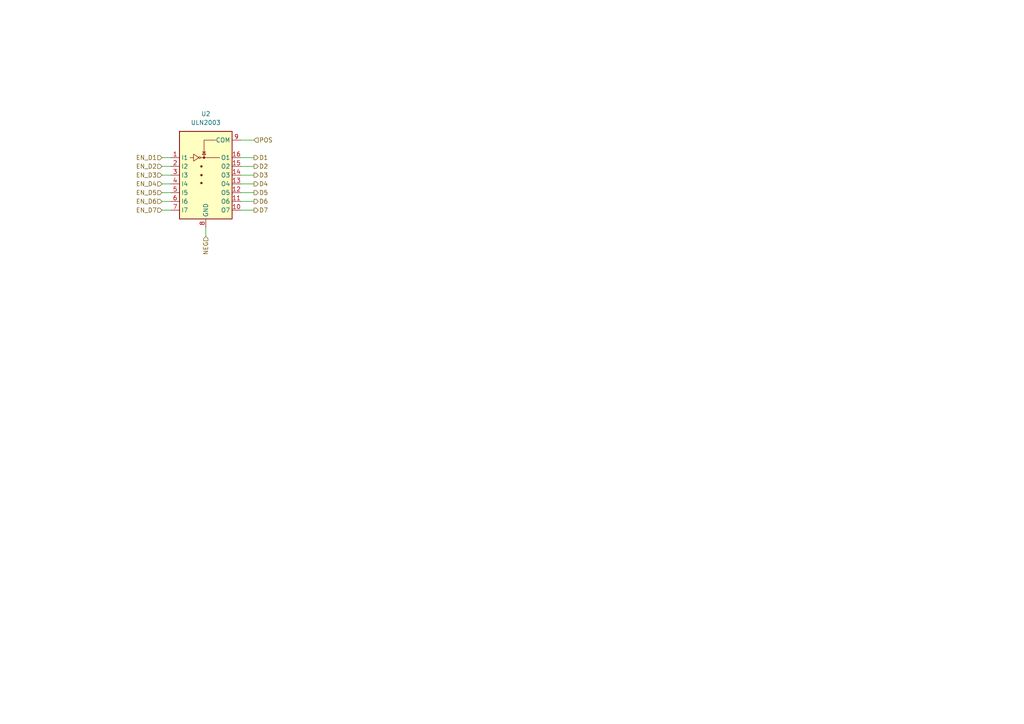
<source format=kicad_sch>
(kicad_sch (version 20230121) (generator eeschema)
  (paper "A4")
  (lib_symbols
    (symbol "Transistor_Array:ULN2003"
      (property "Reference" "U" (at 0 15.875 0))
      (property "Value" "ULN2003" (at 0 13.97 0))
      (symbol "ULN2003_0_1"
        (rectangle (start -7.62 -12.7) (end 7.62 12.7) (stroke (width 0.254)) (fill (type background)))
        (circle (center -1.778 5.08) (radius 0.254))
        (circle (center -1.27 -2.286) (radius 0.254) (fill (type outline)))
        (circle (center -1.27 0) (radius 0.254) (fill (type outline)))
        (circle (center -1.27 2.54) (radius 0.254) (fill (type outline)))
        (circle (center -0.508 5.08) (radius 0.254) (fill (type outline)))
        (polyline (pts (xy -4.572 5.08) (xy -3.556 5.08)))
        (polyline (pts (xy -1.524 5.08) (xy 4.064 5.08)))
        (polyline (pts (xy 0 6.731) (xy -1.016 6.731)))
        (polyline (pts (xy -0.508 5.08) (xy -0.508 10.16) (xy 2.921 10.16)))
        (polyline (pts (xy -3.556 6.096) (xy -3.556 4.064) (xy -2.032 5.08) (xy -3.556 6.096)))
        (polyline (pts (xy 0 5.969) (xy -1.016 5.969) (xy -0.508 6.731) (xy 0 5.969)))
      )
      (symbol "ULN2003_1_1"
        (pin input line (at -10.16 5.08 0) (length 2.54) (name "I1") (number "1"))
        (pin open_collector line (at 10.16 -10.16 180) (length 2.54) (name "O7") (number "10"))
        (pin open_collector line (at 10.16 -7.62 180) (length 2.54) (name "O6") (number "11"))
        (pin open_collector line (at 10.16 -5.08 180) (length 2.54) (name "O5") (number "12"))
        (pin open_collector line (at 10.16 -2.54 180) (length 2.54) (name "O4") (number "13"))
        (pin open_collector line (at 10.16 0 180) (length 2.54) (name "O3") (number "14"))
        (pin open_collector line (at 10.16 2.54 180) (length 2.54) (name "O2") (number "15"))
        (pin open_collector line (at 10.16 5.08 180) (length 2.54) (name "O1") (number "16"))
        (pin input line (at -10.16 2.54 0) (length 2.54) (name "I2") (number "2"))
        (pin input line (at -10.16 0 0) (length 2.54) (name "I3") (number "3"))
        (pin input line (at -10.16 -2.54 0) (length 2.54) (name "I4") (number "4"))
        (pin input line (at -10.16 -5.08 0) (length 2.54) (name "I5") (number "5"))
        (pin input line (at -10.16 -7.62 0) (length 2.54) (name "I6") (number "6"))
        (pin input line (at -10.16 -10.16 0) (length 2.54) (name "I7") (number "7"))
        (pin power_in line (at 0 -15.24 90) (length 2.54) (name "GND") (number "8"))
        (pin passive line (at 10.16 10.16 180) (length 2.54) (name "COM") (number "9"))
      )
    )
  )
  (wire (pts (xy 69.85 60.96) (xy 73.66 60.96)))
  (wire (pts (xy 69.85 40.64) (xy 73.66 40.64)))
  (wire (pts (xy 69.85 55.88) (xy 73.66 55.88)))
  (wire (pts (xy 59.69 66.04) (xy 59.69 68.58)))
  (wire (pts (xy 46.99 55.88) (xy 49.53 55.88)))
  (wire (pts (xy 69.85 48.26) (xy 73.66 48.26)))
  (wire (pts (xy 46.99 58.42) (xy 49.53 58.42)))
  (wire (pts (xy 69.85 45.72) (xy 73.66 45.72)))
  (wire (pts (xy 69.85 50.8) (xy 73.66 50.8)))
  (wire (pts (xy 69.85 53.34) (xy 73.66 53.34)))
  (wire (pts (xy 46.99 45.72) (xy 49.53 45.72)))
  (wire (pts (xy 46.99 50.8) (xy 49.53 50.8)))
  (wire (pts (xy 69.85 58.42) (xy 73.66 58.42)))
  (wire (pts (xy 46.99 48.26) (xy 49.53 48.26)))
  (wire (pts (xy 46.99 53.34) (xy 49.53 53.34)))
  (wire (pts (xy 46.99 60.96) (xy 49.53 60.96)))
  (hierarchical_label "D1" (shape output) (at 73.66 45.72 0))
  (hierarchical_label "D4" (shape output) (at 73.66 53.34 0))
  (hierarchical_label "D2" (shape output) (at 73.66 48.26 0))
  (hierarchical_label "EN_D7" (shape input) (at 46.99 60.96 180))
  (hierarchical_label "EN_D4" (shape input) (at 46.99 53.34 180))
  (hierarchical_label "EN_D1" (shape input) (at 46.99 45.72 180))
  (hierarchical_label "EN_D2" (shape input) (at 46.99 48.26 180))
  (hierarchical_label "D3" (shape output) (at 73.66 50.8 0))
  (hierarchical_label "D5" (shape output) (at 73.66 55.88 0))
  (hierarchical_label "EN_D3" (shape input) (at 46.99 50.8 180))
  (hierarchical_label "EN_D6" (shape input) (at 46.99 58.42 180))
  (hierarchical_label "D6" (shape output) (at 73.66 58.42 0))
  (hierarchical_label "EN_D5" (shape input) (at 46.99 55.88 180))
  (hierarchical_label "NEG" (shape input) (at 59.69 68.58 270))
  (hierarchical_label "POS" (shape input) (at 73.66 40.64 0))
  (hierarchical_label "D7" (shape output) (at 73.66 60.96 0))
  (symbol (lib_id "Transistor_Array:ULN2003") (at 59.69 50.8 0) (unit 1)
    (property "Reference" "U2" (at 59.69 33.02 0))
    (property "Value" "ULN2003" (at 59.69 35.56 0))
    (property "Datasheet" "http://www.ti.com/lit/ds/symlink/uln2003a.pdf" (effects hide))
  )
)
</source>
